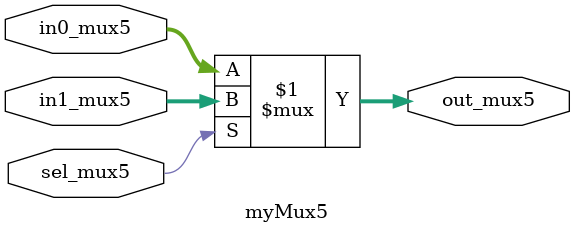
<source format=v>
module myMux5(in0_mux5, in1_mux5, sel_mux5, out_mux5);
  input [4:0] in0_mux5, in1_mux5;
  input sel_mux5;
  output [4:0] out_mux5;
  
  assign out_mux5 = sel_mux5 ? in1_mux5 : in0_mux5;
endmodule

</source>
